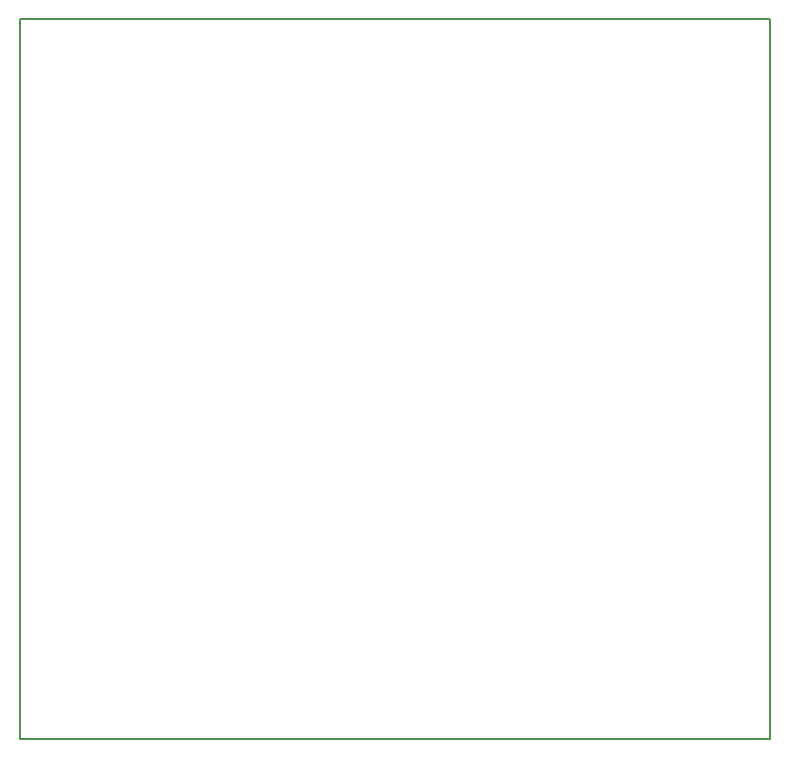
<source format=gbr>
G04 PROTEUS RS274X GERBER FILE*
%FSLAX45Y45*%
%MOMM*%
G01*
%ADD18C,0.203200*%
D18*
X+0Y-6096000D02*
X+6350000Y-6096000D01*
X+6350000Y+0D01*
X+0Y+0D01*
X+0Y-6096000D01*
M02*

</source>
